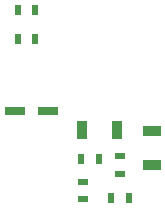
<source format=gtp>
G04 Layer_Color=8421504*
%FSLAX44Y44*%
%MOMM*%
G71*
G01*
G75*
%ADD10R,1.8000X0.6500*%
%ADD11R,0.9000X0.6000*%
%ADD12R,0.6000X0.9000*%
%ADD13R,0.9000X1.6000*%
%ADD14R,1.6000X0.9000*%
D10*
X335000Y338000D02*
D03*
X307000D02*
D03*
D11*
X396000Y300500D02*
D03*
Y285500D02*
D03*
X365000Y278500D02*
D03*
Y263500D02*
D03*
D12*
X403500Y265000D02*
D03*
X388500D02*
D03*
X378500Y298000D02*
D03*
X363500D02*
D03*
X309500Y399000D02*
D03*
X324500D02*
D03*
X309500Y424000D02*
D03*
X324500D02*
D03*
D13*
X393500Y322000D02*
D03*
X364500D02*
D03*
D14*
X423000Y321500D02*
D03*
Y292500D02*
D03*
M02*

</source>
